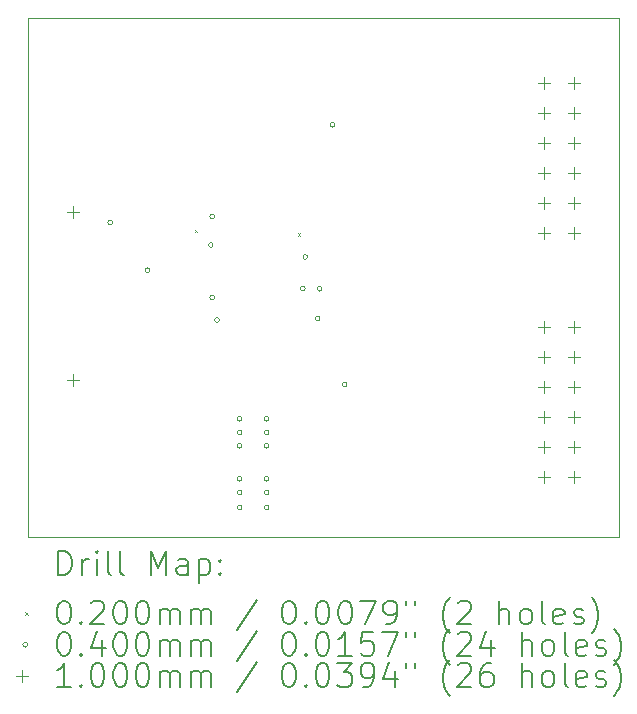
<source format=gbr>
%TF.GenerationSoftware,KiCad,Pcbnew,7.0.6*%
%TF.CreationDate,2023-08-06T21:35:20+02:00*%
%TF.ProjectId,AD9744_Test,41443937-3434-45f5-9465-73742e6b6963,rev?*%
%TF.SameCoordinates,Original*%
%TF.FileFunction,Drillmap*%
%TF.FilePolarity,Positive*%
%FSLAX45Y45*%
G04 Gerber Fmt 4.5, Leading zero omitted, Abs format (unit mm)*
G04 Created by KiCad (PCBNEW 7.0.6) date 2023-08-06 21:35:20*
%MOMM*%
%LPD*%
G01*
G04 APERTURE LIST*
%ADD10C,0.100000*%
%ADD11C,0.200000*%
%ADD12C,0.020000*%
%ADD13C,0.040000*%
G04 APERTURE END LIST*
D10*
X11050000Y-7500000D02*
X16050000Y-7500000D01*
X16050000Y-11900000D01*
X11050000Y-11900000D01*
X11050000Y-7500000D01*
D11*
D12*
X12461400Y-9296750D02*
X12481400Y-9316750D01*
X12481400Y-9296750D02*
X12461400Y-9316750D01*
X13335350Y-9324500D02*
X13355350Y-9344500D01*
X13355350Y-9324500D02*
X13335350Y-9344500D01*
D13*
X11765150Y-9232900D02*
G75*
G03*
X11765150Y-9232900I-20000J0D01*
G01*
X12080110Y-9636760D02*
G75*
G03*
X12080110Y-9636760I-20000J0D01*
G01*
X12616050Y-9423400D02*
G75*
G03*
X12616050Y-9423400I-20000J0D01*
G01*
X12628750Y-9182100D02*
G75*
G03*
X12628750Y-9182100I-20000J0D01*
G01*
X12628750Y-9867900D02*
G75*
G03*
X12628750Y-9867900I-20000J0D01*
G01*
X12669200Y-10058400D02*
G75*
G03*
X12669200Y-10058400I-20000J0D01*
G01*
X12859700Y-10896600D02*
G75*
G03*
X12859700Y-10896600I-20000J0D01*
G01*
X12859700Y-11010900D02*
G75*
G03*
X12859700Y-11010900I-20000J0D01*
G01*
X12859700Y-11125200D02*
G75*
G03*
X12859700Y-11125200I-20000J0D01*
G01*
X12859700Y-11404600D02*
G75*
G03*
X12859700Y-11404600I-20000J0D01*
G01*
X12859700Y-11518900D02*
G75*
G03*
X12859700Y-11518900I-20000J0D01*
G01*
X12859700Y-11645900D02*
G75*
G03*
X12859700Y-11645900I-20000J0D01*
G01*
X13088300Y-10896600D02*
G75*
G03*
X13088300Y-10896600I-20000J0D01*
G01*
X13088300Y-11010900D02*
G75*
G03*
X13088300Y-11010900I-20000J0D01*
G01*
X13088300Y-11125200D02*
G75*
G03*
X13088300Y-11125200I-20000J0D01*
G01*
X13088300Y-11404600D02*
G75*
G03*
X13088300Y-11404600I-20000J0D01*
G01*
X13088300Y-11518900D02*
G75*
G03*
X13088300Y-11518900I-20000J0D01*
G01*
X13088300Y-11645900D02*
G75*
G03*
X13088300Y-11645900I-20000J0D01*
G01*
X13395830Y-9791700D02*
G75*
G03*
X13395830Y-9791700I-20000J0D01*
G01*
X13416150Y-9525000D02*
G75*
G03*
X13416150Y-9525000I-20000J0D01*
G01*
X13520100Y-10045700D02*
G75*
G03*
X13520100Y-10045700I-20000J0D01*
G01*
X13538070Y-9794240D02*
G75*
G03*
X13538070Y-9794240I-20000J0D01*
G01*
X13647100Y-8407400D02*
G75*
G03*
X13647100Y-8407400I-20000J0D01*
G01*
X13748700Y-10604500D02*
G75*
G03*
X13748700Y-10604500I-20000J0D01*
G01*
D10*
X11430000Y-9094000D02*
X11430000Y-9194000D01*
X11380000Y-9144000D02*
X11480000Y-9144000D01*
X11430000Y-10516400D02*
X11430000Y-10616400D01*
X11380000Y-10566400D02*
X11480000Y-10566400D01*
X15417800Y-8001800D02*
X15417800Y-8101800D01*
X15367800Y-8051800D02*
X15467800Y-8051800D01*
X15417800Y-8255800D02*
X15417800Y-8355800D01*
X15367800Y-8305800D02*
X15467800Y-8305800D01*
X15417800Y-8509800D02*
X15417800Y-8609800D01*
X15367800Y-8559800D02*
X15467800Y-8559800D01*
X15417800Y-8763800D02*
X15417800Y-8863800D01*
X15367800Y-8813800D02*
X15467800Y-8813800D01*
X15417800Y-9017800D02*
X15417800Y-9117800D01*
X15367800Y-9067800D02*
X15467800Y-9067800D01*
X15417800Y-9271800D02*
X15417800Y-9371800D01*
X15367800Y-9321800D02*
X15467800Y-9321800D01*
X15417800Y-10070800D02*
X15417800Y-10170800D01*
X15367800Y-10120800D02*
X15467800Y-10120800D01*
X15417800Y-10324800D02*
X15417800Y-10424800D01*
X15367800Y-10374800D02*
X15467800Y-10374800D01*
X15417800Y-10578800D02*
X15417800Y-10678800D01*
X15367800Y-10628800D02*
X15467800Y-10628800D01*
X15417800Y-10832800D02*
X15417800Y-10932800D01*
X15367800Y-10882800D02*
X15467800Y-10882800D01*
X15417800Y-11086800D02*
X15417800Y-11186800D01*
X15367800Y-11136800D02*
X15467800Y-11136800D01*
X15417800Y-11340800D02*
X15417800Y-11440800D01*
X15367800Y-11390800D02*
X15467800Y-11390800D01*
X15671800Y-8001800D02*
X15671800Y-8101800D01*
X15621800Y-8051800D02*
X15721800Y-8051800D01*
X15671800Y-8255800D02*
X15671800Y-8355800D01*
X15621800Y-8305800D02*
X15721800Y-8305800D01*
X15671800Y-8509800D02*
X15671800Y-8609800D01*
X15621800Y-8559800D02*
X15721800Y-8559800D01*
X15671800Y-8763800D02*
X15671800Y-8863800D01*
X15621800Y-8813800D02*
X15721800Y-8813800D01*
X15671800Y-9017800D02*
X15671800Y-9117800D01*
X15621800Y-9067800D02*
X15721800Y-9067800D01*
X15671800Y-9271800D02*
X15671800Y-9371800D01*
X15621800Y-9321800D02*
X15721800Y-9321800D01*
X15671800Y-10070800D02*
X15671800Y-10170800D01*
X15621800Y-10120800D02*
X15721800Y-10120800D01*
X15671800Y-10324800D02*
X15671800Y-10424800D01*
X15621800Y-10374800D02*
X15721800Y-10374800D01*
X15671800Y-10578800D02*
X15671800Y-10678800D01*
X15621800Y-10628800D02*
X15721800Y-10628800D01*
X15671800Y-10832800D02*
X15671800Y-10932800D01*
X15621800Y-10882800D02*
X15721800Y-10882800D01*
X15671800Y-11086800D02*
X15671800Y-11186800D01*
X15621800Y-11136800D02*
X15721800Y-11136800D01*
X15671800Y-11340800D02*
X15671800Y-11440800D01*
X15621800Y-11390800D02*
X15721800Y-11390800D01*
D11*
X11305777Y-12216484D02*
X11305777Y-12016484D01*
X11305777Y-12016484D02*
X11353396Y-12016484D01*
X11353396Y-12016484D02*
X11381967Y-12026008D01*
X11381967Y-12026008D02*
X11401015Y-12045055D01*
X11401015Y-12045055D02*
X11410539Y-12064103D01*
X11410539Y-12064103D02*
X11420062Y-12102198D01*
X11420062Y-12102198D02*
X11420062Y-12130769D01*
X11420062Y-12130769D02*
X11410539Y-12168865D01*
X11410539Y-12168865D02*
X11401015Y-12187912D01*
X11401015Y-12187912D02*
X11381967Y-12206960D01*
X11381967Y-12206960D02*
X11353396Y-12216484D01*
X11353396Y-12216484D02*
X11305777Y-12216484D01*
X11505777Y-12216484D02*
X11505777Y-12083150D01*
X11505777Y-12121246D02*
X11515301Y-12102198D01*
X11515301Y-12102198D02*
X11524824Y-12092674D01*
X11524824Y-12092674D02*
X11543872Y-12083150D01*
X11543872Y-12083150D02*
X11562920Y-12083150D01*
X11629586Y-12216484D02*
X11629586Y-12083150D01*
X11629586Y-12016484D02*
X11620062Y-12026008D01*
X11620062Y-12026008D02*
X11629586Y-12035531D01*
X11629586Y-12035531D02*
X11639110Y-12026008D01*
X11639110Y-12026008D02*
X11629586Y-12016484D01*
X11629586Y-12016484D02*
X11629586Y-12035531D01*
X11753396Y-12216484D02*
X11734348Y-12206960D01*
X11734348Y-12206960D02*
X11724824Y-12187912D01*
X11724824Y-12187912D02*
X11724824Y-12016484D01*
X11858158Y-12216484D02*
X11839110Y-12206960D01*
X11839110Y-12206960D02*
X11829586Y-12187912D01*
X11829586Y-12187912D02*
X11829586Y-12016484D01*
X12086729Y-12216484D02*
X12086729Y-12016484D01*
X12086729Y-12016484D02*
X12153396Y-12159341D01*
X12153396Y-12159341D02*
X12220062Y-12016484D01*
X12220062Y-12016484D02*
X12220062Y-12216484D01*
X12401015Y-12216484D02*
X12401015Y-12111722D01*
X12401015Y-12111722D02*
X12391491Y-12092674D01*
X12391491Y-12092674D02*
X12372443Y-12083150D01*
X12372443Y-12083150D02*
X12334348Y-12083150D01*
X12334348Y-12083150D02*
X12315301Y-12092674D01*
X12401015Y-12206960D02*
X12381967Y-12216484D01*
X12381967Y-12216484D02*
X12334348Y-12216484D01*
X12334348Y-12216484D02*
X12315301Y-12206960D01*
X12315301Y-12206960D02*
X12305777Y-12187912D01*
X12305777Y-12187912D02*
X12305777Y-12168865D01*
X12305777Y-12168865D02*
X12315301Y-12149817D01*
X12315301Y-12149817D02*
X12334348Y-12140293D01*
X12334348Y-12140293D02*
X12381967Y-12140293D01*
X12381967Y-12140293D02*
X12401015Y-12130769D01*
X12496253Y-12083150D02*
X12496253Y-12283150D01*
X12496253Y-12092674D02*
X12515301Y-12083150D01*
X12515301Y-12083150D02*
X12553396Y-12083150D01*
X12553396Y-12083150D02*
X12572443Y-12092674D01*
X12572443Y-12092674D02*
X12581967Y-12102198D01*
X12581967Y-12102198D02*
X12591491Y-12121246D01*
X12591491Y-12121246D02*
X12591491Y-12178388D01*
X12591491Y-12178388D02*
X12581967Y-12197436D01*
X12581967Y-12197436D02*
X12572443Y-12206960D01*
X12572443Y-12206960D02*
X12553396Y-12216484D01*
X12553396Y-12216484D02*
X12515301Y-12216484D01*
X12515301Y-12216484D02*
X12496253Y-12206960D01*
X12677205Y-12197436D02*
X12686729Y-12206960D01*
X12686729Y-12206960D02*
X12677205Y-12216484D01*
X12677205Y-12216484D02*
X12667682Y-12206960D01*
X12667682Y-12206960D02*
X12677205Y-12197436D01*
X12677205Y-12197436D02*
X12677205Y-12216484D01*
X12677205Y-12092674D02*
X12686729Y-12102198D01*
X12686729Y-12102198D02*
X12677205Y-12111722D01*
X12677205Y-12111722D02*
X12667682Y-12102198D01*
X12667682Y-12102198D02*
X12677205Y-12092674D01*
X12677205Y-12092674D02*
X12677205Y-12111722D01*
D12*
X11025000Y-12535000D02*
X11045000Y-12555000D01*
X11045000Y-12535000D02*
X11025000Y-12555000D01*
D11*
X11343872Y-12436484D02*
X11362920Y-12436484D01*
X11362920Y-12436484D02*
X11381967Y-12446008D01*
X11381967Y-12446008D02*
X11391491Y-12455531D01*
X11391491Y-12455531D02*
X11401015Y-12474579D01*
X11401015Y-12474579D02*
X11410539Y-12512674D01*
X11410539Y-12512674D02*
X11410539Y-12560293D01*
X11410539Y-12560293D02*
X11401015Y-12598388D01*
X11401015Y-12598388D02*
X11391491Y-12617436D01*
X11391491Y-12617436D02*
X11381967Y-12626960D01*
X11381967Y-12626960D02*
X11362920Y-12636484D01*
X11362920Y-12636484D02*
X11343872Y-12636484D01*
X11343872Y-12636484D02*
X11324824Y-12626960D01*
X11324824Y-12626960D02*
X11315301Y-12617436D01*
X11315301Y-12617436D02*
X11305777Y-12598388D01*
X11305777Y-12598388D02*
X11296253Y-12560293D01*
X11296253Y-12560293D02*
X11296253Y-12512674D01*
X11296253Y-12512674D02*
X11305777Y-12474579D01*
X11305777Y-12474579D02*
X11315301Y-12455531D01*
X11315301Y-12455531D02*
X11324824Y-12446008D01*
X11324824Y-12446008D02*
X11343872Y-12436484D01*
X11496253Y-12617436D02*
X11505777Y-12626960D01*
X11505777Y-12626960D02*
X11496253Y-12636484D01*
X11496253Y-12636484D02*
X11486729Y-12626960D01*
X11486729Y-12626960D02*
X11496253Y-12617436D01*
X11496253Y-12617436D02*
X11496253Y-12636484D01*
X11581967Y-12455531D02*
X11591491Y-12446008D01*
X11591491Y-12446008D02*
X11610539Y-12436484D01*
X11610539Y-12436484D02*
X11658158Y-12436484D01*
X11658158Y-12436484D02*
X11677205Y-12446008D01*
X11677205Y-12446008D02*
X11686729Y-12455531D01*
X11686729Y-12455531D02*
X11696253Y-12474579D01*
X11696253Y-12474579D02*
X11696253Y-12493627D01*
X11696253Y-12493627D02*
X11686729Y-12522198D01*
X11686729Y-12522198D02*
X11572443Y-12636484D01*
X11572443Y-12636484D02*
X11696253Y-12636484D01*
X11820062Y-12436484D02*
X11839110Y-12436484D01*
X11839110Y-12436484D02*
X11858158Y-12446008D01*
X11858158Y-12446008D02*
X11867682Y-12455531D01*
X11867682Y-12455531D02*
X11877205Y-12474579D01*
X11877205Y-12474579D02*
X11886729Y-12512674D01*
X11886729Y-12512674D02*
X11886729Y-12560293D01*
X11886729Y-12560293D02*
X11877205Y-12598388D01*
X11877205Y-12598388D02*
X11867682Y-12617436D01*
X11867682Y-12617436D02*
X11858158Y-12626960D01*
X11858158Y-12626960D02*
X11839110Y-12636484D01*
X11839110Y-12636484D02*
X11820062Y-12636484D01*
X11820062Y-12636484D02*
X11801015Y-12626960D01*
X11801015Y-12626960D02*
X11791491Y-12617436D01*
X11791491Y-12617436D02*
X11781967Y-12598388D01*
X11781967Y-12598388D02*
X11772443Y-12560293D01*
X11772443Y-12560293D02*
X11772443Y-12512674D01*
X11772443Y-12512674D02*
X11781967Y-12474579D01*
X11781967Y-12474579D02*
X11791491Y-12455531D01*
X11791491Y-12455531D02*
X11801015Y-12446008D01*
X11801015Y-12446008D02*
X11820062Y-12436484D01*
X12010539Y-12436484D02*
X12029586Y-12436484D01*
X12029586Y-12436484D02*
X12048634Y-12446008D01*
X12048634Y-12446008D02*
X12058158Y-12455531D01*
X12058158Y-12455531D02*
X12067682Y-12474579D01*
X12067682Y-12474579D02*
X12077205Y-12512674D01*
X12077205Y-12512674D02*
X12077205Y-12560293D01*
X12077205Y-12560293D02*
X12067682Y-12598388D01*
X12067682Y-12598388D02*
X12058158Y-12617436D01*
X12058158Y-12617436D02*
X12048634Y-12626960D01*
X12048634Y-12626960D02*
X12029586Y-12636484D01*
X12029586Y-12636484D02*
X12010539Y-12636484D01*
X12010539Y-12636484D02*
X11991491Y-12626960D01*
X11991491Y-12626960D02*
X11981967Y-12617436D01*
X11981967Y-12617436D02*
X11972443Y-12598388D01*
X11972443Y-12598388D02*
X11962920Y-12560293D01*
X11962920Y-12560293D02*
X11962920Y-12512674D01*
X11962920Y-12512674D02*
X11972443Y-12474579D01*
X11972443Y-12474579D02*
X11981967Y-12455531D01*
X11981967Y-12455531D02*
X11991491Y-12446008D01*
X11991491Y-12446008D02*
X12010539Y-12436484D01*
X12162920Y-12636484D02*
X12162920Y-12503150D01*
X12162920Y-12522198D02*
X12172443Y-12512674D01*
X12172443Y-12512674D02*
X12191491Y-12503150D01*
X12191491Y-12503150D02*
X12220063Y-12503150D01*
X12220063Y-12503150D02*
X12239110Y-12512674D01*
X12239110Y-12512674D02*
X12248634Y-12531722D01*
X12248634Y-12531722D02*
X12248634Y-12636484D01*
X12248634Y-12531722D02*
X12258158Y-12512674D01*
X12258158Y-12512674D02*
X12277205Y-12503150D01*
X12277205Y-12503150D02*
X12305777Y-12503150D01*
X12305777Y-12503150D02*
X12324824Y-12512674D01*
X12324824Y-12512674D02*
X12334348Y-12531722D01*
X12334348Y-12531722D02*
X12334348Y-12636484D01*
X12429586Y-12636484D02*
X12429586Y-12503150D01*
X12429586Y-12522198D02*
X12439110Y-12512674D01*
X12439110Y-12512674D02*
X12458158Y-12503150D01*
X12458158Y-12503150D02*
X12486729Y-12503150D01*
X12486729Y-12503150D02*
X12505777Y-12512674D01*
X12505777Y-12512674D02*
X12515301Y-12531722D01*
X12515301Y-12531722D02*
X12515301Y-12636484D01*
X12515301Y-12531722D02*
X12524824Y-12512674D01*
X12524824Y-12512674D02*
X12543872Y-12503150D01*
X12543872Y-12503150D02*
X12572443Y-12503150D01*
X12572443Y-12503150D02*
X12591491Y-12512674D01*
X12591491Y-12512674D02*
X12601015Y-12531722D01*
X12601015Y-12531722D02*
X12601015Y-12636484D01*
X12991491Y-12426960D02*
X12820063Y-12684103D01*
X13248634Y-12436484D02*
X13267682Y-12436484D01*
X13267682Y-12436484D02*
X13286729Y-12446008D01*
X13286729Y-12446008D02*
X13296253Y-12455531D01*
X13296253Y-12455531D02*
X13305777Y-12474579D01*
X13305777Y-12474579D02*
X13315301Y-12512674D01*
X13315301Y-12512674D02*
X13315301Y-12560293D01*
X13315301Y-12560293D02*
X13305777Y-12598388D01*
X13305777Y-12598388D02*
X13296253Y-12617436D01*
X13296253Y-12617436D02*
X13286729Y-12626960D01*
X13286729Y-12626960D02*
X13267682Y-12636484D01*
X13267682Y-12636484D02*
X13248634Y-12636484D01*
X13248634Y-12636484D02*
X13229586Y-12626960D01*
X13229586Y-12626960D02*
X13220063Y-12617436D01*
X13220063Y-12617436D02*
X13210539Y-12598388D01*
X13210539Y-12598388D02*
X13201015Y-12560293D01*
X13201015Y-12560293D02*
X13201015Y-12512674D01*
X13201015Y-12512674D02*
X13210539Y-12474579D01*
X13210539Y-12474579D02*
X13220063Y-12455531D01*
X13220063Y-12455531D02*
X13229586Y-12446008D01*
X13229586Y-12446008D02*
X13248634Y-12436484D01*
X13401015Y-12617436D02*
X13410539Y-12626960D01*
X13410539Y-12626960D02*
X13401015Y-12636484D01*
X13401015Y-12636484D02*
X13391491Y-12626960D01*
X13391491Y-12626960D02*
X13401015Y-12617436D01*
X13401015Y-12617436D02*
X13401015Y-12636484D01*
X13534348Y-12436484D02*
X13553396Y-12436484D01*
X13553396Y-12436484D02*
X13572444Y-12446008D01*
X13572444Y-12446008D02*
X13581967Y-12455531D01*
X13581967Y-12455531D02*
X13591491Y-12474579D01*
X13591491Y-12474579D02*
X13601015Y-12512674D01*
X13601015Y-12512674D02*
X13601015Y-12560293D01*
X13601015Y-12560293D02*
X13591491Y-12598388D01*
X13591491Y-12598388D02*
X13581967Y-12617436D01*
X13581967Y-12617436D02*
X13572444Y-12626960D01*
X13572444Y-12626960D02*
X13553396Y-12636484D01*
X13553396Y-12636484D02*
X13534348Y-12636484D01*
X13534348Y-12636484D02*
X13515301Y-12626960D01*
X13515301Y-12626960D02*
X13505777Y-12617436D01*
X13505777Y-12617436D02*
X13496253Y-12598388D01*
X13496253Y-12598388D02*
X13486729Y-12560293D01*
X13486729Y-12560293D02*
X13486729Y-12512674D01*
X13486729Y-12512674D02*
X13496253Y-12474579D01*
X13496253Y-12474579D02*
X13505777Y-12455531D01*
X13505777Y-12455531D02*
X13515301Y-12446008D01*
X13515301Y-12446008D02*
X13534348Y-12436484D01*
X13724825Y-12436484D02*
X13743872Y-12436484D01*
X13743872Y-12436484D02*
X13762920Y-12446008D01*
X13762920Y-12446008D02*
X13772444Y-12455531D01*
X13772444Y-12455531D02*
X13781967Y-12474579D01*
X13781967Y-12474579D02*
X13791491Y-12512674D01*
X13791491Y-12512674D02*
X13791491Y-12560293D01*
X13791491Y-12560293D02*
X13781967Y-12598388D01*
X13781967Y-12598388D02*
X13772444Y-12617436D01*
X13772444Y-12617436D02*
X13762920Y-12626960D01*
X13762920Y-12626960D02*
X13743872Y-12636484D01*
X13743872Y-12636484D02*
X13724825Y-12636484D01*
X13724825Y-12636484D02*
X13705777Y-12626960D01*
X13705777Y-12626960D02*
X13696253Y-12617436D01*
X13696253Y-12617436D02*
X13686729Y-12598388D01*
X13686729Y-12598388D02*
X13677206Y-12560293D01*
X13677206Y-12560293D02*
X13677206Y-12512674D01*
X13677206Y-12512674D02*
X13686729Y-12474579D01*
X13686729Y-12474579D02*
X13696253Y-12455531D01*
X13696253Y-12455531D02*
X13705777Y-12446008D01*
X13705777Y-12446008D02*
X13724825Y-12436484D01*
X13858158Y-12436484D02*
X13991491Y-12436484D01*
X13991491Y-12436484D02*
X13905777Y-12636484D01*
X14077206Y-12636484D02*
X14115301Y-12636484D01*
X14115301Y-12636484D02*
X14134348Y-12626960D01*
X14134348Y-12626960D02*
X14143872Y-12617436D01*
X14143872Y-12617436D02*
X14162920Y-12588865D01*
X14162920Y-12588865D02*
X14172444Y-12550769D01*
X14172444Y-12550769D02*
X14172444Y-12474579D01*
X14172444Y-12474579D02*
X14162920Y-12455531D01*
X14162920Y-12455531D02*
X14153396Y-12446008D01*
X14153396Y-12446008D02*
X14134348Y-12436484D01*
X14134348Y-12436484D02*
X14096253Y-12436484D01*
X14096253Y-12436484D02*
X14077206Y-12446008D01*
X14077206Y-12446008D02*
X14067682Y-12455531D01*
X14067682Y-12455531D02*
X14058158Y-12474579D01*
X14058158Y-12474579D02*
X14058158Y-12522198D01*
X14058158Y-12522198D02*
X14067682Y-12541246D01*
X14067682Y-12541246D02*
X14077206Y-12550769D01*
X14077206Y-12550769D02*
X14096253Y-12560293D01*
X14096253Y-12560293D02*
X14134348Y-12560293D01*
X14134348Y-12560293D02*
X14153396Y-12550769D01*
X14153396Y-12550769D02*
X14162920Y-12541246D01*
X14162920Y-12541246D02*
X14172444Y-12522198D01*
X14248634Y-12436484D02*
X14248634Y-12474579D01*
X14324825Y-12436484D02*
X14324825Y-12474579D01*
X14620063Y-12712674D02*
X14610539Y-12703150D01*
X14610539Y-12703150D02*
X14591491Y-12674579D01*
X14591491Y-12674579D02*
X14581968Y-12655531D01*
X14581968Y-12655531D02*
X14572444Y-12626960D01*
X14572444Y-12626960D02*
X14562920Y-12579341D01*
X14562920Y-12579341D02*
X14562920Y-12541246D01*
X14562920Y-12541246D02*
X14572444Y-12493627D01*
X14572444Y-12493627D02*
X14581968Y-12465055D01*
X14581968Y-12465055D02*
X14591491Y-12446008D01*
X14591491Y-12446008D02*
X14610539Y-12417436D01*
X14610539Y-12417436D02*
X14620063Y-12407912D01*
X14686729Y-12455531D02*
X14696253Y-12446008D01*
X14696253Y-12446008D02*
X14715301Y-12436484D01*
X14715301Y-12436484D02*
X14762920Y-12436484D01*
X14762920Y-12436484D02*
X14781968Y-12446008D01*
X14781968Y-12446008D02*
X14791491Y-12455531D01*
X14791491Y-12455531D02*
X14801015Y-12474579D01*
X14801015Y-12474579D02*
X14801015Y-12493627D01*
X14801015Y-12493627D02*
X14791491Y-12522198D01*
X14791491Y-12522198D02*
X14677206Y-12636484D01*
X14677206Y-12636484D02*
X14801015Y-12636484D01*
X15039110Y-12636484D02*
X15039110Y-12436484D01*
X15124825Y-12636484D02*
X15124825Y-12531722D01*
X15124825Y-12531722D02*
X15115301Y-12512674D01*
X15115301Y-12512674D02*
X15096253Y-12503150D01*
X15096253Y-12503150D02*
X15067682Y-12503150D01*
X15067682Y-12503150D02*
X15048634Y-12512674D01*
X15048634Y-12512674D02*
X15039110Y-12522198D01*
X15248634Y-12636484D02*
X15229587Y-12626960D01*
X15229587Y-12626960D02*
X15220063Y-12617436D01*
X15220063Y-12617436D02*
X15210539Y-12598388D01*
X15210539Y-12598388D02*
X15210539Y-12541246D01*
X15210539Y-12541246D02*
X15220063Y-12522198D01*
X15220063Y-12522198D02*
X15229587Y-12512674D01*
X15229587Y-12512674D02*
X15248634Y-12503150D01*
X15248634Y-12503150D02*
X15277206Y-12503150D01*
X15277206Y-12503150D02*
X15296253Y-12512674D01*
X15296253Y-12512674D02*
X15305777Y-12522198D01*
X15305777Y-12522198D02*
X15315301Y-12541246D01*
X15315301Y-12541246D02*
X15315301Y-12598388D01*
X15315301Y-12598388D02*
X15305777Y-12617436D01*
X15305777Y-12617436D02*
X15296253Y-12626960D01*
X15296253Y-12626960D02*
X15277206Y-12636484D01*
X15277206Y-12636484D02*
X15248634Y-12636484D01*
X15429587Y-12636484D02*
X15410539Y-12626960D01*
X15410539Y-12626960D02*
X15401015Y-12607912D01*
X15401015Y-12607912D02*
X15401015Y-12436484D01*
X15581968Y-12626960D02*
X15562920Y-12636484D01*
X15562920Y-12636484D02*
X15524825Y-12636484D01*
X15524825Y-12636484D02*
X15505777Y-12626960D01*
X15505777Y-12626960D02*
X15496253Y-12607912D01*
X15496253Y-12607912D02*
X15496253Y-12531722D01*
X15496253Y-12531722D02*
X15505777Y-12512674D01*
X15505777Y-12512674D02*
X15524825Y-12503150D01*
X15524825Y-12503150D02*
X15562920Y-12503150D01*
X15562920Y-12503150D02*
X15581968Y-12512674D01*
X15581968Y-12512674D02*
X15591491Y-12531722D01*
X15591491Y-12531722D02*
X15591491Y-12550769D01*
X15591491Y-12550769D02*
X15496253Y-12569817D01*
X15667682Y-12626960D02*
X15686730Y-12636484D01*
X15686730Y-12636484D02*
X15724825Y-12636484D01*
X15724825Y-12636484D02*
X15743872Y-12626960D01*
X15743872Y-12626960D02*
X15753396Y-12607912D01*
X15753396Y-12607912D02*
X15753396Y-12598388D01*
X15753396Y-12598388D02*
X15743872Y-12579341D01*
X15743872Y-12579341D02*
X15724825Y-12569817D01*
X15724825Y-12569817D02*
X15696253Y-12569817D01*
X15696253Y-12569817D02*
X15677206Y-12560293D01*
X15677206Y-12560293D02*
X15667682Y-12541246D01*
X15667682Y-12541246D02*
X15667682Y-12531722D01*
X15667682Y-12531722D02*
X15677206Y-12512674D01*
X15677206Y-12512674D02*
X15696253Y-12503150D01*
X15696253Y-12503150D02*
X15724825Y-12503150D01*
X15724825Y-12503150D02*
X15743872Y-12512674D01*
X15820063Y-12712674D02*
X15829587Y-12703150D01*
X15829587Y-12703150D02*
X15848634Y-12674579D01*
X15848634Y-12674579D02*
X15858158Y-12655531D01*
X15858158Y-12655531D02*
X15867682Y-12626960D01*
X15867682Y-12626960D02*
X15877206Y-12579341D01*
X15877206Y-12579341D02*
X15877206Y-12541246D01*
X15877206Y-12541246D02*
X15867682Y-12493627D01*
X15867682Y-12493627D02*
X15858158Y-12465055D01*
X15858158Y-12465055D02*
X15848634Y-12446008D01*
X15848634Y-12446008D02*
X15829587Y-12417436D01*
X15829587Y-12417436D02*
X15820063Y-12407912D01*
D13*
X11045000Y-12809000D02*
G75*
G03*
X11045000Y-12809000I-20000J0D01*
G01*
D11*
X11343872Y-12700484D02*
X11362920Y-12700484D01*
X11362920Y-12700484D02*
X11381967Y-12710008D01*
X11381967Y-12710008D02*
X11391491Y-12719531D01*
X11391491Y-12719531D02*
X11401015Y-12738579D01*
X11401015Y-12738579D02*
X11410539Y-12776674D01*
X11410539Y-12776674D02*
X11410539Y-12824293D01*
X11410539Y-12824293D02*
X11401015Y-12862388D01*
X11401015Y-12862388D02*
X11391491Y-12881436D01*
X11391491Y-12881436D02*
X11381967Y-12890960D01*
X11381967Y-12890960D02*
X11362920Y-12900484D01*
X11362920Y-12900484D02*
X11343872Y-12900484D01*
X11343872Y-12900484D02*
X11324824Y-12890960D01*
X11324824Y-12890960D02*
X11315301Y-12881436D01*
X11315301Y-12881436D02*
X11305777Y-12862388D01*
X11305777Y-12862388D02*
X11296253Y-12824293D01*
X11296253Y-12824293D02*
X11296253Y-12776674D01*
X11296253Y-12776674D02*
X11305777Y-12738579D01*
X11305777Y-12738579D02*
X11315301Y-12719531D01*
X11315301Y-12719531D02*
X11324824Y-12710008D01*
X11324824Y-12710008D02*
X11343872Y-12700484D01*
X11496253Y-12881436D02*
X11505777Y-12890960D01*
X11505777Y-12890960D02*
X11496253Y-12900484D01*
X11496253Y-12900484D02*
X11486729Y-12890960D01*
X11486729Y-12890960D02*
X11496253Y-12881436D01*
X11496253Y-12881436D02*
X11496253Y-12900484D01*
X11677205Y-12767150D02*
X11677205Y-12900484D01*
X11629586Y-12690960D02*
X11581967Y-12833817D01*
X11581967Y-12833817D02*
X11705777Y-12833817D01*
X11820062Y-12700484D02*
X11839110Y-12700484D01*
X11839110Y-12700484D02*
X11858158Y-12710008D01*
X11858158Y-12710008D02*
X11867682Y-12719531D01*
X11867682Y-12719531D02*
X11877205Y-12738579D01*
X11877205Y-12738579D02*
X11886729Y-12776674D01*
X11886729Y-12776674D02*
X11886729Y-12824293D01*
X11886729Y-12824293D02*
X11877205Y-12862388D01*
X11877205Y-12862388D02*
X11867682Y-12881436D01*
X11867682Y-12881436D02*
X11858158Y-12890960D01*
X11858158Y-12890960D02*
X11839110Y-12900484D01*
X11839110Y-12900484D02*
X11820062Y-12900484D01*
X11820062Y-12900484D02*
X11801015Y-12890960D01*
X11801015Y-12890960D02*
X11791491Y-12881436D01*
X11791491Y-12881436D02*
X11781967Y-12862388D01*
X11781967Y-12862388D02*
X11772443Y-12824293D01*
X11772443Y-12824293D02*
X11772443Y-12776674D01*
X11772443Y-12776674D02*
X11781967Y-12738579D01*
X11781967Y-12738579D02*
X11791491Y-12719531D01*
X11791491Y-12719531D02*
X11801015Y-12710008D01*
X11801015Y-12710008D02*
X11820062Y-12700484D01*
X12010539Y-12700484D02*
X12029586Y-12700484D01*
X12029586Y-12700484D02*
X12048634Y-12710008D01*
X12048634Y-12710008D02*
X12058158Y-12719531D01*
X12058158Y-12719531D02*
X12067682Y-12738579D01*
X12067682Y-12738579D02*
X12077205Y-12776674D01*
X12077205Y-12776674D02*
X12077205Y-12824293D01*
X12077205Y-12824293D02*
X12067682Y-12862388D01*
X12067682Y-12862388D02*
X12058158Y-12881436D01*
X12058158Y-12881436D02*
X12048634Y-12890960D01*
X12048634Y-12890960D02*
X12029586Y-12900484D01*
X12029586Y-12900484D02*
X12010539Y-12900484D01*
X12010539Y-12900484D02*
X11991491Y-12890960D01*
X11991491Y-12890960D02*
X11981967Y-12881436D01*
X11981967Y-12881436D02*
X11972443Y-12862388D01*
X11972443Y-12862388D02*
X11962920Y-12824293D01*
X11962920Y-12824293D02*
X11962920Y-12776674D01*
X11962920Y-12776674D02*
X11972443Y-12738579D01*
X11972443Y-12738579D02*
X11981967Y-12719531D01*
X11981967Y-12719531D02*
X11991491Y-12710008D01*
X11991491Y-12710008D02*
X12010539Y-12700484D01*
X12162920Y-12900484D02*
X12162920Y-12767150D01*
X12162920Y-12786198D02*
X12172443Y-12776674D01*
X12172443Y-12776674D02*
X12191491Y-12767150D01*
X12191491Y-12767150D02*
X12220063Y-12767150D01*
X12220063Y-12767150D02*
X12239110Y-12776674D01*
X12239110Y-12776674D02*
X12248634Y-12795722D01*
X12248634Y-12795722D02*
X12248634Y-12900484D01*
X12248634Y-12795722D02*
X12258158Y-12776674D01*
X12258158Y-12776674D02*
X12277205Y-12767150D01*
X12277205Y-12767150D02*
X12305777Y-12767150D01*
X12305777Y-12767150D02*
X12324824Y-12776674D01*
X12324824Y-12776674D02*
X12334348Y-12795722D01*
X12334348Y-12795722D02*
X12334348Y-12900484D01*
X12429586Y-12900484D02*
X12429586Y-12767150D01*
X12429586Y-12786198D02*
X12439110Y-12776674D01*
X12439110Y-12776674D02*
X12458158Y-12767150D01*
X12458158Y-12767150D02*
X12486729Y-12767150D01*
X12486729Y-12767150D02*
X12505777Y-12776674D01*
X12505777Y-12776674D02*
X12515301Y-12795722D01*
X12515301Y-12795722D02*
X12515301Y-12900484D01*
X12515301Y-12795722D02*
X12524824Y-12776674D01*
X12524824Y-12776674D02*
X12543872Y-12767150D01*
X12543872Y-12767150D02*
X12572443Y-12767150D01*
X12572443Y-12767150D02*
X12591491Y-12776674D01*
X12591491Y-12776674D02*
X12601015Y-12795722D01*
X12601015Y-12795722D02*
X12601015Y-12900484D01*
X12991491Y-12690960D02*
X12820063Y-12948103D01*
X13248634Y-12700484D02*
X13267682Y-12700484D01*
X13267682Y-12700484D02*
X13286729Y-12710008D01*
X13286729Y-12710008D02*
X13296253Y-12719531D01*
X13296253Y-12719531D02*
X13305777Y-12738579D01*
X13305777Y-12738579D02*
X13315301Y-12776674D01*
X13315301Y-12776674D02*
X13315301Y-12824293D01*
X13315301Y-12824293D02*
X13305777Y-12862388D01*
X13305777Y-12862388D02*
X13296253Y-12881436D01*
X13296253Y-12881436D02*
X13286729Y-12890960D01*
X13286729Y-12890960D02*
X13267682Y-12900484D01*
X13267682Y-12900484D02*
X13248634Y-12900484D01*
X13248634Y-12900484D02*
X13229586Y-12890960D01*
X13229586Y-12890960D02*
X13220063Y-12881436D01*
X13220063Y-12881436D02*
X13210539Y-12862388D01*
X13210539Y-12862388D02*
X13201015Y-12824293D01*
X13201015Y-12824293D02*
X13201015Y-12776674D01*
X13201015Y-12776674D02*
X13210539Y-12738579D01*
X13210539Y-12738579D02*
X13220063Y-12719531D01*
X13220063Y-12719531D02*
X13229586Y-12710008D01*
X13229586Y-12710008D02*
X13248634Y-12700484D01*
X13401015Y-12881436D02*
X13410539Y-12890960D01*
X13410539Y-12890960D02*
X13401015Y-12900484D01*
X13401015Y-12900484D02*
X13391491Y-12890960D01*
X13391491Y-12890960D02*
X13401015Y-12881436D01*
X13401015Y-12881436D02*
X13401015Y-12900484D01*
X13534348Y-12700484D02*
X13553396Y-12700484D01*
X13553396Y-12700484D02*
X13572444Y-12710008D01*
X13572444Y-12710008D02*
X13581967Y-12719531D01*
X13581967Y-12719531D02*
X13591491Y-12738579D01*
X13591491Y-12738579D02*
X13601015Y-12776674D01*
X13601015Y-12776674D02*
X13601015Y-12824293D01*
X13601015Y-12824293D02*
X13591491Y-12862388D01*
X13591491Y-12862388D02*
X13581967Y-12881436D01*
X13581967Y-12881436D02*
X13572444Y-12890960D01*
X13572444Y-12890960D02*
X13553396Y-12900484D01*
X13553396Y-12900484D02*
X13534348Y-12900484D01*
X13534348Y-12900484D02*
X13515301Y-12890960D01*
X13515301Y-12890960D02*
X13505777Y-12881436D01*
X13505777Y-12881436D02*
X13496253Y-12862388D01*
X13496253Y-12862388D02*
X13486729Y-12824293D01*
X13486729Y-12824293D02*
X13486729Y-12776674D01*
X13486729Y-12776674D02*
X13496253Y-12738579D01*
X13496253Y-12738579D02*
X13505777Y-12719531D01*
X13505777Y-12719531D02*
X13515301Y-12710008D01*
X13515301Y-12710008D02*
X13534348Y-12700484D01*
X13791491Y-12900484D02*
X13677206Y-12900484D01*
X13734348Y-12900484D02*
X13734348Y-12700484D01*
X13734348Y-12700484D02*
X13715301Y-12729055D01*
X13715301Y-12729055D02*
X13696253Y-12748103D01*
X13696253Y-12748103D02*
X13677206Y-12757627D01*
X13972444Y-12700484D02*
X13877206Y-12700484D01*
X13877206Y-12700484D02*
X13867682Y-12795722D01*
X13867682Y-12795722D02*
X13877206Y-12786198D01*
X13877206Y-12786198D02*
X13896253Y-12776674D01*
X13896253Y-12776674D02*
X13943872Y-12776674D01*
X13943872Y-12776674D02*
X13962920Y-12786198D01*
X13962920Y-12786198D02*
X13972444Y-12795722D01*
X13972444Y-12795722D02*
X13981967Y-12814769D01*
X13981967Y-12814769D02*
X13981967Y-12862388D01*
X13981967Y-12862388D02*
X13972444Y-12881436D01*
X13972444Y-12881436D02*
X13962920Y-12890960D01*
X13962920Y-12890960D02*
X13943872Y-12900484D01*
X13943872Y-12900484D02*
X13896253Y-12900484D01*
X13896253Y-12900484D02*
X13877206Y-12890960D01*
X13877206Y-12890960D02*
X13867682Y-12881436D01*
X14048634Y-12700484D02*
X14181967Y-12700484D01*
X14181967Y-12700484D02*
X14096253Y-12900484D01*
X14248634Y-12700484D02*
X14248634Y-12738579D01*
X14324825Y-12700484D02*
X14324825Y-12738579D01*
X14620063Y-12976674D02*
X14610539Y-12967150D01*
X14610539Y-12967150D02*
X14591491Y-12938579D01*
X14591491Y-12938579D02*
X14581968Y-12919531D01*
X14581968Y-12919531D02*
X14572444Y-12890960D01*
X14572444Y-12890960D02*
X14562920Y-12843341D01*
X14562920Y-12843341D02*
X14562920Y-12805246D01*
X14562920Y-12805246D02*
X14572444Y-12757627D01*
X14572444Y-12757627D02*
X14581968Y-12729055D01*
X14581968Y-12729055D02*
X14591491Y-12710008D01*
X14591491Y-12710008D02*
X14610539Y-12681436D01*
X14610539Y-12681436D02*
X14620063Y-12671912D01*
X14686729Y-12719531D02*
X14696253Y-12710008D01*
X14696253Y-12710008D02*
X14715301Y-12700484D01*
X14715301Y-12700484D02*
X14762920Y-12700484D01*
X14762920Y-12700484D02*
X14781968Y-12710008D01*
X14781968Y-12710008D02*
X14791491Y-12719531D01*
X14791491Y-12719531D02*
X14801015Y-12738579D01*
X14801015Y-12738579D02*
X14801015Y-12757627D01*
X14801015Y-12757627D02*
X14791491Y-12786198D01*
X14791491Y-12786198D02*
X14677206Y-12900484D01*
X14677206Y-12900484D02*
X14801015Y-12900484D01*
X14972444Y-12767150D02*
X14972444Y-12900484D01*
X14924825Y-12690960D02*
X14877206Y-12833817D01*
X14877206Y-12833817D02*
X15001015Y-12833817D01*
X15229587Y-12900484D02*
X15229587Y-12700484D01*
X15315301Y-12900484D02*
X15315301Y-12795722D01*
X15315301Y-12795722D02*
X15305777Y-12776674D01*
X15305777Y-12776674D02*
X15286730Y-12767150D01*
X15286730Y-12767150D02*
X15258158Y-12767150D01*
X15258158Y-12767150D02*
X15239110Y-12776674D01*
X15239110Y-12776674D02*
X15229587Y-12786198D01*
X15439110Y-12900484D02*
X15420063Y-12890960D01*
X15420063Y-12890960D02*
X15410539Y-12881436D01*
X15410539Y-12881436D02*
X15401015Y-12862388D01*
X15401015Y-12862388D02*
X15401015Y-12805246D01*
X15401015Y-12805246D02*
X15410539Y-12786198D01*
X15410539Y-12786198D02*
X15420063Y-12776674D01*
X15420063Y-12776674D02*
X15439110Y-12767150D01*
X15439110Y-12767150D02*
X15467682Y-12767150D01*
X15467682Y-12767150D02*
X15486730Y-12776674D01*
X15486730Y-12776674D02*
X15496253Y-12786198D01*
X15496253Y-12786198D02*
X15505777Y-12805246D01*
X15505777Y-12805246D02*
X15505777Y-12862388D01*
X15505777Y-12862388D02*
X15496253Y-12881436D01*
X15496253Y-12881436D02*
X15486730Y-12890960D01*
X15486730Y-12890960D02*
X15467682Y-12900484D01*
X15467682Y-12900484D02*
X15439110Y-12900484D01*
X15620063Y-12900484D02*
X15601015Y-12890960D01*
X15601015Y-12890960D02*
X15591491Y-12871912D01*
X15591491Y-12871912D02*
X15591491Y-12700484D01*
X15772444Y-12890960D02*
X15753396Y-12900484D01*
X15753396Y-12900484D02*
X15715301Y-12900484D01*
X15715301Y-12900484D02*
X15696253Y-12890960D01*
X15696253Y-12890960D02*
X15686730Y-12871912D01*
X15686730Y-12871912D02*
X15686730Y-12795722D01*
X15686730Y-12795722D02*
X15696253Y-12776674D01*
X15696253Y-12776674D02*
X15715301Y-12767150D01*
X15715301Y-12767150D02*
X15753396Y-12767150D01*
X15753396Y-12767150D02*
X15772444Y-12776674D01*
X15772444Y-12776674D02*
X15781968Y-12795722D01*
X15781968Y-12795722D02*
X15781968Y-12814769D01*
X15781968Y-12814769D02*
X15686730Y-12833817D01*
X15858158Y-12890960D02*
X15877206Y-12900484D01*
X15877206Y-12900484D02*
X15915301Y-12900484D01*
X15915301Y-12900484D02*
X15934349Y-12890960D01*
X15934349Y-12890960D02*
X15943872Y-12871912D01*
X15943872Y-12871912D02*
X15943872Y-12862388D01*
X15943872Y-12862388D02*
X15934349Y-12843341D01*
X15934349Y-12843341D02*
X15915301Y-12833817D01*
X15915301Y-12833817D02*
X15886730Y-12833817D01*
X15886730Y-12833817D02*
X15867682Y-12824293D01*
X15867682Y-12824293D02*
X15858158Y-12805246D01*
X15858158Y-12805246D02*
X15858158Y-12795722D01*
X15858158Y-12795722D02*
X15867682Y-12776674D01*
X15867682Y-12776674D02*
X15886730Y-12767150D01*
X15886730Y-12767150D02*
X15915301Y-12767150D01*
X15915301Y-12767150D02*
X15934349Y-12776674D01*
X16010539Y-12976674D02*
X16020063Y-12967150D01*
X16020063Y-12967150D02*
X16039111Y-12938579D01*
X16039111Y-12938579D02*
X16048634Y-12919531D01*
X16048634Y-12919531D02*
X16058158Y-12890960D01*
X16058158Y-12890960D02*
X16067682Y-12843341D01*
X16067682Y-12843341D02*
X16067682Y-12805246D01*
X16067682Y-12805246D02*
X16058158Y-12757627D01*
X16058158Y-12757627D02*
X16048634Y-12729055D01*
X16048634Y-12729055D02*
X16039111Y-12710008D01*
X16039111Y-12710008D02*
X16020063Y-12681436D01*
X16020063Y-12681436D02*
X16010539Y-12671912D01*
D10*
X10995000Y-13023000D02*
X10995000Y-13123000D01*
X10945000Y-13073000D02*
X11045000Y-13073000D01*
D11*
X11410539Y-13164484D02*
X11296253Y-13164484D01*
X11353396Y-13164484D02*
X11353396Y-12964484D01*
X11353396Y-12964484D02*
X11334348Y-12993055D01*
X11334348Y-12993055D02*
X11315301Y-13012103D01*
X11315301Y-13012103D02*
X11296253Y-13021627D01*
X11496253Y-13145436D02*
X11505777Y-13154960D01*
X11505777Y-13154960D02*
X11496253Y-13164484D01*
X11496253Y-13164484D02*
X11486729Y-13154960D01*
X11486729Y-13154960D02*
X11496253Y-13145436D01*
X11496253Y-13145436D02*
X11496253Y-13164484D01*
X11629586Y-12964484D02*
X11648634Y-12964484D01*
X11648634Y-12964484D02*
X11667682Y-12974008D01*
X11667682Y-12974008D02*
X11677205Y-12983531D01*
X11677205Y-12983531D02*
X11686729Y-13002579D01*
X11686729Y-13002579D02*
X11696253Y-13040674D01*
X11696253Y-13040674D02*
X11696253Y-13088293D01*
X11696253Y-13088293D02*
X11686729Y-13126388D01*
X11686729Y-13126388D02*
X11677205Y-13145436D01*
X11677205Y-13145436D02*
X11667682Y-13154960D01*
X11667682Y-13154960D02*
X11648634Y-13164484D01*
X11648634Y-13164484D02*
X11629586Y-13164484D01*
X11629586Y-13164484D02*
X11610539Y-13154960D01*
X11610539Y-13154960D02*
X11601015Y-13145436D01*
X11601015Y-13145436D02*
X11591491Y-13126388D01*
X11591491Y-13126388D02*
X11581967Y-13088293D01*
X11581967Y-13088293D02*
X11581967Y-13040674D01*
X11581967Y-13040674D02*
X11591491Y-13002579D01*
X11591491Y-13002579D02*
X11601015Y-12983531D01*
X11601015Y-12983531D02*
X11610539Y-12974008D01*
X11610539Y-12974008D02*
X11629586Y-12964484D01*
X11820062Y-12964484D02*
X11839110Y-12964484D01*
X11839110Y-12964484D02*
X11858158Y-12974008D01*
X11858158Y-12974008D02*
X11867682Y-12983531D01*
X11867682Y-12983531D02*
X11877205Y-13002579D01*
X11877205Y-13002579D02*
X11886729Y-13040674D01*
X11886729Y-13040674D02*
X11886729Y-13088293D01*
X11886729Y-13088293D02*
X11877205Y-13126388D01*
X11877205Y-13126388D02*
X11867682Y-13145436D01*
X11867682Y-13145436D02*
X11858158Y-13154960D01*
X11858158Y-13154960D02*
X11839110Y-13164484D01*
X11839110Y-13164484D02*
X11820062Y-13164484D01*
X11820062Y-13164484D02*
X11801015Y-13154960D01*
X11801015Y-13154960D02*
X11791491Y-13145436D01*
X11791491Y-13145436D02*
X11781967Y-13126388D01*
X11781967Y-13126388D02*
X11772443Y-13088293D01*
X11772443Y-13088293D02*
X11772443Y-13040674D01*
X11772443Y-13040674D02*
X11781967Y-13002579D01*
X11781967Y-13002579D02*
X11791491Y-12983531D01*
X11791491Y-12983531D02*
X11801015Y-12974008D01*
X11801015Y-12974008D02*
X11820062Y-12964484D01*
X12010539Y-12964484D02*
X12029586Y-12964484D01*
X12029586Y-12964484D02*
X12048634Y-12974008D01*
X12048634Y-12974008D02*
X12058158Y-12983531D01*
X12058158Y-12983531D02*
X12067682Y-13002579D01*
X12067682Y-13002579D02*
X12077205Y-13040674D01*
X12077205Y-13040674D02*
X12077205Y-13088293D01*
X12077205Y-13088293D02*
X12067682Y-13126388D01*
X12067682Y-13126388D02*
X12058158Y-13145436D01*
X12058158Y-13145436D02*
X12048634Y-13154960D01*
X12048634Y-13154960D02*
X12029586Y-13164484D01*
X12029586Y-13164484D02*
X12010539Y-13164484D01*
X12010539Y-13164484D02*
X11991491Y-13154960D01*
X11991491Y-13154960D02*
X11981967Y-13145436D01*
X11981967Y-13145436D02*
X11972443Y-13126388D01*
X11972443Y-13126388D02*
X11962920Y-13088293D01*
X11962920Y-13088293D02*
X11962920Y-13040674D01*
X11962920Y-13040674D02*
X11972443Y-13002579D01*
X11972443Y-13002579D02*
X11981967Y-12983531D01*
X11981967Y-12983531D02*
X11991491Y-12974008D01*
X11991491Y-12974008D02*
X12010539Y-12964484D01*
X12162920Y-13164484D02*
X12162920Y-13031150D01*
X12162920Y-13050198D02*
X12172443Y-13040674D01*
X12172443Y-13040674D02*
X12191491Y-13031150D01*
X12191491Y-13031150D02*
X12220063Y-13031150D01*
X12220063Y-13031150D02*
X12239110Y-13040674D01*
X12239110Y-13040674D02*
X12248634Y-13059722D01*
X12248634Y-13059722D02*
X12248634Y-13164484D01*
X12248634Y-13059722D02*
X12258158Y-13040674D01*
X12258158Y-13040674D02*
X12277205Y-13031150D01*
X12277205Y-13031150D02*
X12305777Y-13031150D01*
X12305777Y-13031150D02*
X12324824Y-13040674D01*
X12324824Y-13040674D02*
X12334348Y-13059722D01*
X12334348Y-13059722D02*
X12334348Y-13164484D01*
X12429586Y-13164484D02*
X12429586Y-13031150D01*
X12429586Y-13050198D02*
X12439110Y-13040674D01*
X12439110Y-13040674D02*
X12458158Y-13031150D01*
X12458158Y-13031150D02*
X12486729Y-13031150D01*
X12486729Y-13031150D02*
X12505777Y-13040674D01*
X12505777Y-13040674D02*
X12515301Y-13059722D01*
X12515301Y-13059722D02*
X12515301Y-13164484D01*
X12515301Y-13059722D02*
X12524824Y-13040674D01*
X12524824Y-13040674D02*
X12543872Y-13031150D01*
X12543872Y-13031150D02*
X12572443Y-13031150D01*
X12572443Y-13031150D02*
X12591491Y-13040674D01*
X12591491Y-13040674D02*
X12601015Y-13059722D01*
X12601015Y-13059722D02*
X12601015Y-13164484D01*
X12991491Y-12954960D02*
X12820063Y-13212103D01*
X13248634Y-12964484D02*
X13267682Y-12964484D01*
X13267682Y-12964484D02*
X13286729Y-12974008D01*
X13286729Y-12974008D02*
X13296253Y-12983531D01*
X13296253Y-12983531D02*
X13305777Y-13002579D01*
X13305777Y-13002579D02*
X13315301Y-13040674D01*
X13315301Y-13040674D02*
X13315301Y-13088293D01*
X13315301Y-13088293D02*
X13305777Y-13126388D01*
X13305777Y-13126388D02*
X13296253Y-13145436D01*
X13296253Y-13145436D02*
X13286729Y-13154960D01*
X13286729Y-13154960D02*
X13267682Y-13164484D01*
X13267682Y-13164484D02*
X13248634Y-13164484D01*
X13248634Y-13164484D02*
X13229586Y-13154960D01*
X13229586Y-13154960D02*
X13220063Y-13145436D01*
X13220063Y-13145436D02*
X13210539Y-13126388D01*
X13210539Y-13126388D02*
X13201015Y-13088293D01*
X13201015Y-13088293D02*
X13201015Y-13040674D01*
X13201015Y-13040674D02*
X13210539Y-13002579D01*
X13210539Y-13002579D02*
X13220063Y-12983531D01*
X13220063Y-12983531D02*
X13229586Y-12974008D01*
X13229586Y-12974008D02*
X13248634Y-12964484D01*
X13401015Y-13145436D02*
X13410539Y-13154960D01*
X13410539Y-13154960D02*
X13401015Y-13164484D01*
X13401015Y-13164484D02*
X13391491Y-13154960D01*
X13391491Y-13154960D02*
X13401015Y-13145436D01*
X13401015Y-13145436D02*
X13401015Y-13164484D01*
X13534348Y-12964484D02*
X13553396Y-12964484D01*
X13553396Y-12964484D02*
X13572444Y-12974008D01*
X13572444Y-12974008D02*
X13581967Y-12983531D01*
X13581967Y-12983531D02*
X13591491Y-13002579D01*
X13591491Y-13002579D02*
X13601015Y-13040674D01*
X13601015Y-13040674D02*
X13601015Y-13088293D01*
X13601015Y-13088293D02*
X13591491Y-13126388D01*
X13591491Y-13126388D02*
X13581967Y-13145436D01*
X13581967Y-13145436D02*
X13572444Y-13154960D01*
X13572444Y-13154960D02*
X13553396Y-13164484D01*
X13553396Y-13164484D02*
X13534348Y-13164484D01*
X13534348Y-13164484D02*
X13515301Y-13154960D01*
X13515301Y-13154960D02*
X13505777Y-13145436D01*
X13505777Y-13145436D02*
X13496253Y-13126388D01*
X13496253Y-13126388D02*
X13486729Y-13088293D01*
X13486729Y-13088293D02*
X13486729Y-13040674D01*
X13486729Y-13040674D02*
X13496253Y-13002579D01*
X13496253Y-13002579D02*
X13505777Y-12983531D01*
X13505777Y-12983531D02*
X13515301Y-12974008D01*
X13515301Y-12974008D02*
X13534348Y-12964484D01*
X13667682Y-12964484D02*
X13791491Y-12964484D01*
X13791491Y-12964484D02*
X13724825Y-13040674D01*
X13724825Y-13040674D02*
X13753396Y-13040674D01*
X13753396Y-13040674D02*
X13772444Y-13050198D01*
X13772444Y-13050198D02*
X13781967Y-13059722D01*
X13781967Y-13059722D02*
X13791491Y-13078769D01*
X13791491Y-13078769D02*
X13791491Y-13126388D01*
X13791491Y-13126388D02*
X13781967Y-13145436D01*
X13781967Y-13145436D02*
X13772444Y-13154960D01*
X13772444Y-13154960D02*
X13753396Y-13164484D01*
X13753396Y-13164484D02*
X13696253Y-13164484D01*
X13696253Y-13164484D02*
X13677206Y-13154960D01*
X13677206Y-13154960D02*
X13667682Y-13145436D01*
X13886729Y-13164484D02*
X13924825Y-13164484D01*
X13924825Y-13164484D02*
X13943872Y-13154960D01*
X13943872Y-13154960D02*
X13953396Y-13145436D01*
X13953396Y-13145436D02*
X13972444Y-13116865D01*
X13972444Y-13116865D02*
X13981967Y-13078769D01*
X13981967Y-13078769D02*
X13981967Y-13002579D01*
X13981967Y-13002579D02*
X13972444Y-12983531D01*
X13972444Y-12983531D02*
X13962920Y-12974008D01*
X13962920Y-12974008D02*
X13943872Y-12964484D01*
X13943872Y-12964484D02*
X13905777Y-12964484D01*
X13905777Y-12964484D02*
X13886729Y-12974008D01*
X13886729Y-12974008D02*
X13877206Y-12983531D01*
X13877206Y-12983531D02*
X13867682Y-13002579D01*
X13867682Y-13002579D02*
X13867682Y-13050198D01*
X13867682Y-13050198D02*
X13877206Y-13069246D01*
X13877206Y-13069246D02*
X13886729Y-13078769D01*
X13886729Y-13078769D02*
X13905777Y-13088293D01*
X13905777Y-13088293D02*
X13943872Y-13088293D01*
X13943872Y-13088293D02*
X13962920Y-13078769D01*
X13962920Y-13078769D02*
X13972444Y-13069246D01*
X13972444Y-13069246D02*
X13981967Y-13050198D01*
X14153396Y-13031150D02*
X14153396Y-13164484D01*
X14105777Y-12954960D02*
X14058158Y-13097817D01*
X14058158Y-13097817D02*
X14181967Y-13097817D01*
X14248634Y-12964484D02*
X14248634Y-13002579D01*
X14324825Y-12964484D02*
X14324825Y-13002579D01*
X14620063Y-13240674D02*
X14610539Y-13231150D01*
X14610539Y-13231150D02*
X14591491Y-13202579D01*
X14591491Y-13202579D02*
X14581968Y-13183531D01*
X14581968Y-13183531D02*
X14572444Y-13154960D01*
X14572444Y-13154960D02*
X14562920Y-13107341D01*
X14562920Y-13107341D02*
X14562920Y-13069246D01*
X14562920Y-13069246D02*
X14572444Y-13021627D01*
X14572444Y-13021627D02*
X14581968Y-12993055D01*
X14581968Y-12993055D02*
X14591491Y-12974008D01*
X14591491Y-12974008D02*
X14610539Y-12945436D01*
X14610539Y-12945436D02*
X14620063Y-12935912D01*
X14686729Y-12983531D02*
X14696253Y-12974008D01*
X14696253Y-12974008D02*
X14715301Y-12964484D01*
X14715301Y-12964484D02*
X14762920Y-12964484D01*
X14762920Y-12964484D02*
X14781968Y-12974008D01*
X14781968Y-12974008D02*
X14791491Y-12983531D01*
X14791491Y-12983531D02*
X14801015Y-13002579D01*
X14801015Y-13002579D02*
X14801015Y-13021627D01*
X14801015Y-13021627D02*
X14791491Y-13050198D01*
X14791491Y-13050198D02*
X14677206Y-13164484D01*
X14677206Y-13164484D02*
X14801015Y-13164484D01*
X14972444Y-12964484D02*
X14934348Y-12964484D01*
X14934348Y-12964484D02*
X14915301Y-12974008D01*
X14915301Y-12974008D02*
X14905777Y-12983531D01*
X14905777Y-12983531D02*
X14886729Y-13012103D01*
X14886729Y-13012103D02*
X14877206Y-13050198D01*
X14877206Y-13050198D02*
X14877206Y-13126388D01*
X14877206Y-13126388D02*
X14886729Y-13145436D01*
X14886729Y-13145436D02*
X14896253Y-13154960D01*
X14896253Y-13154960D02*
X14915301Y-13164484D01*
X14915301Y-13164484D02*
X14953396Y-13164484D01*
X14953396Y-13164484D02*
X14972444Y-13154960D01*
X14972444Y-13154960D02*
X14981968Y-13145436D01*
X14981968Y-13145436D02*
X14991491Y-13126388D01*
X14991491Y-13126388D02*
X14991491Y-13078769D01*
X14991491Y-13078769D02*
X14981968Y-13059722D01*
X14981968Y-13059722D02*
X14972444Y-13050198D01*
X14972444Y-13050198D02*
X14953396Y-13040674D01*
X14953396Y-13040674D02*
X14915301Y-13040674D01*
X14915301Y-13040674D02*
X14896253Y-13050198D01*
X14896253Y-13050198D02*
X14886729Y-13059722D01*
X14886729Y-13059722D02*
X14877206Y-13078769D01*
X15229587Y-13164484D02*
X15229587Y-12964484D01*
X15315301Y-13164484D02*
X15315301Y-13059722D01*
X15315301Y-13059722D02*
X15305777Y-13040674D01*
X15305777Y-13040674D02*
X15286730Y-13031150D01*
X15286730Y-13031150D02*
X15258158Y-13031150D01*
X15258158Y-13031150D02*
X15239110Y-13040674D01*
X15239110Y-13040674D02*
X15229587Y-13050198D01*
X15439110Y-13164484D02*
X15420063Y-13154960D01*
X15420063Y-13154960D02*
X15410539Y-13145436D01*
X15410539Y-13145436D02*
X15401015Y-13126388D01*
X15401015Y-13126388D02*
X15401015Y-13069246D01*
X15401015Y-13069246D02*
X15410539Y-13050198D01*
X15410539Y-13050198D02*
X15420063Y-13040674D01*
X15420063Y-13040674D02*
X15439110Y-13031150D01*
X15439110Y-13031150D02*
X15467682Y-13031150D01*
X15467682Y-13031150D02*
X15486730Y-13040674D01*
X15486730Y-13040674D02*
X15496253Y-13050198D01*
X15496253Y-13050198D02*
X15505777Y-13069246D01*
X15505777Y-13069246D02*
X15505777Y-13126388D01*
X15505777Y-13126388D02*
X15496253Y-13145436D01*
X15496253Y-13145436D02*
X15486730Y-13154960D01*
X15486730Y-13154960D02*
X15467682Y-13164484D01*
X15467682Y-13164484D02*
X15439110Y-13164484D01*
X15620063Y-13164484D02*
X15601015Y-13154960D01*
X15601015Y-13154960D02*
X15591491Y-13135912D01*
X15591491Y-13135912D02*
X15591491Y-12964484D01*
X15772444Y-13154960D02*
X15753396Y-13164484D01*
X15753396Y-13164484D02*
X15715301Y-13164484D01*
X15715301Y-13164484D02*
X15696253Y-13154960D01*
X15696253Y-13154960D02*
X15686730Y-13135912D01*
X15686730Y-13135912D02*
X15686730Y-13059722D01*
X15686730Y-13059722D02*
X15696253Y-13040674D01*
X15696253Y-13040674D02*
X15715301Y-13031150D01*
X15715301Y-13031150D02*
X15753396Y-13031150D01*
X15753396Y-13031150D02*
X15772444Y-13040674D01*
X15772444Y-13040674D02*
X15781968Y-13059722D01*
X15781968Y-13059722D02*
X15781968Y-13078769D01*
X15781968Y-13078769D02*
X15686730Y-13097817D01*
X15858158Y-13154960D02*
X15877206Y-13164484D01*
X15877206Y-13164484D02*
X15915301Y-13164484D01*
X15915301Y-13164484D02*
X15934349Y-13154960D01*
X15934349Y-13154960D02*
X15943872Y-13135912D01*
X15943872Y-13135912D02*
X15943872Y-13126388D01*
X15943872Y-13126388D02*
X15934349Y-13107341D01*
X15934349Y-13107341D02*
X15915301Y-13097817D01*
X15915301Y-13097817D02*
X15886730Y-13097817D01*
X15886730Y-13097817D02*
X15867682Y-13088293D01*
X15867682Y-13088293D02*
X15858158Y-13069246D01*
X15858158Y-13069246D02*
X15858158Y-13059722D01*
X15858158Y-13059722D02*
X15867682Y-13040674D01*
X15867682Y-13040674D02*
X15886730Y-13031150D01*
X15886730Y-13031150D02*
X15915301Y-13031150D01*
X15915301Y-13031150D02*
X15934349Y-13040674D01*
X16010539Y-13240674D02*
X16020063Y-13231150D01*
X16020063Y-13231150D02*
X16039111Y-13202579D01*
X16039111Y-13202579D02*
X16048634Y-13183531D01*
X16048634Y-13183531D02*
X16058158Y-13154960D01*
X16058158Y-13154960D02*
X16067682Y-13107341D01*
X16067682Y-13107341D02*
X16067682Y-13069246D01*
X16067682Y-13069246D02*
X16058158Y-13021627D01*
X16058158Y-13021627D02*
X16048634Y-12993055D01*
X16048634Y-12993055D02*
X16039111Y-12974008D01*
X16039111Y-12974008D02*
X16020063Y-12945436D01*
X16020063Y-12945436D02*
X16010539Y-12935912D01*
M02*

</source>
